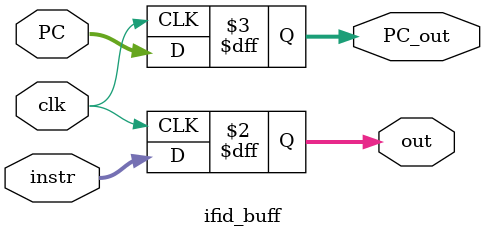
<source format=v>

`timescale 1ns / 1ps


module ifid_buff(
    instr, PC, PC_out, out, clk
    );
    input [31:0] instr;             // instruction input
    input [7:0] PC;                 // Program Counter (PC) input
    input clk;
    output reg [31:0] out;
    output reg [7:0] PC_out;
    
    always @(posedge clk) begin
        PC_out = PC;                // take the program counter and send it straight to output
        out = instr;                // take the instruction and send it straight to output
    end
endmodule
</source>
